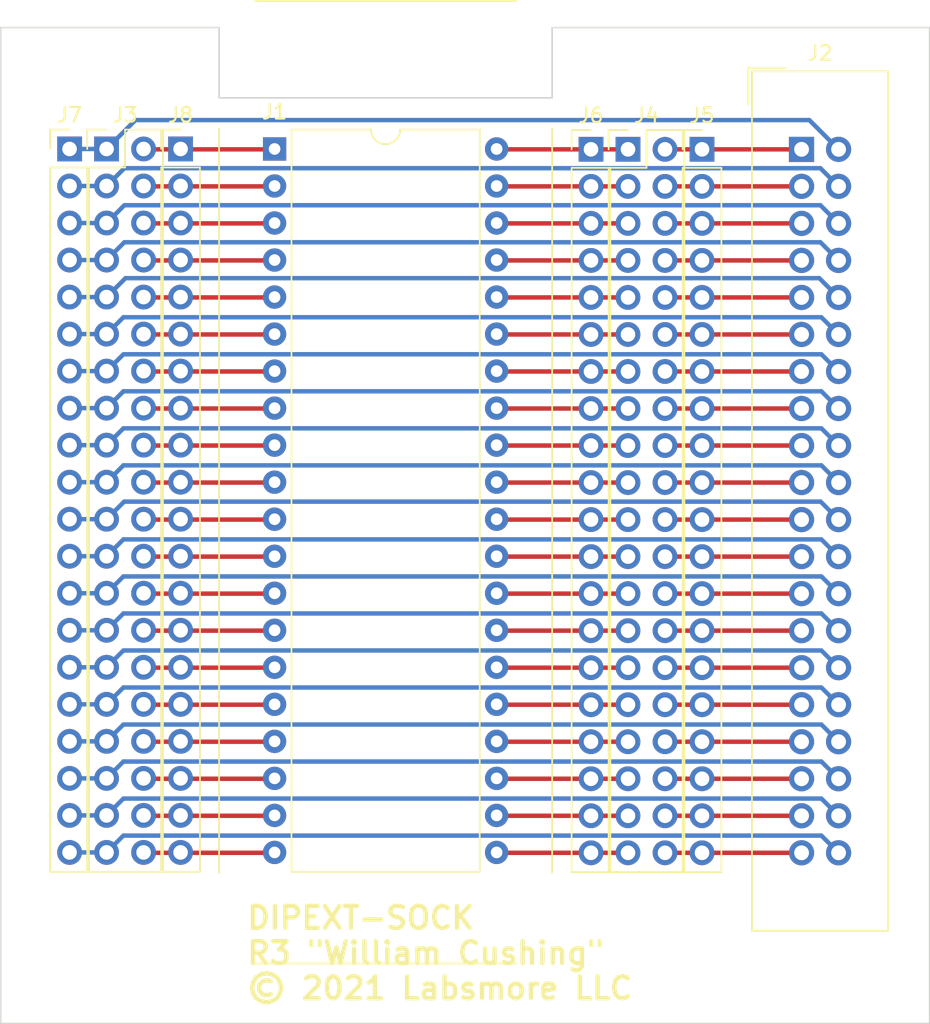
<source format=kicad_pcb>
(kicad_pcb (version 20210722) (generator pcbnew)
  (layers (0 "F.Cu" signal) (31 "B.Cu" signal) (34 "B.Paste" user) (35 "F.Paste" user) (36 "B.SilkS" user "B.Silkscreen") (37 "F.SilkS" user "F.Silkscreen") (38 "B.Mask" user) (39 "F.Mask" user) (44 "Edge.Cuts" user))
  (net 0 "")
  (net 1 "/P1")
  (net 2 "/P21")
  (net 3 "/P2")
  (net 4 "/P22")
  (net 5 "/P3")
  (net 6 "/P23")
  (net 7 "/P4")
  (net 8 "/P24")
  (net 9 "/P5")
  (net 10 "/P25")
  (net 11 "/P6")
  (net 12 "/P26")
  (net 13 "/P7")
  (net 14 "/P27")
  (net 15 "/P8")
  (net 16 "/P28")
  (net 17 "/P9")
  (net 18 "/P29")
  (net 19 "/P10")
  (net 20 "/P30")
  (net 21 "/P11")
  (net 22 "/P31")
  (net 23 "/P12")
  (net 24 "/P32")
  (net 25 "/P13")
  (net 26 "/P33")
  (net 27 "/P14")
  (net 28 "/P34")
  (net 29 "/P15")
  (net 30 "/P35")
  (net 31 "/P16")
  (net 32 "/P36")
  (net 33 "/P17")
  (net 34 "/P37")
  (net 35 "/P18")
  (net 36 "/P38")
  (net 37 "/P19")
  (net 38 "/P39")
  (net 39 "/P20")
  (net 40 "/P40")
  (net 41 "Net-(J1-Pad1)")
  (net 42 "Net-(J1-Pad21)")
  (net 43 "Net-(J1-Pad2)")
  (net 44 "Net-(J1-Pad22)")
  (net 45 "Net-(J1-Pad3)")
  (net 46 "Net-(J1-Pad23)")
  (net 47 "Net-(J1-Pad4)")
  (net 48 "Net-(J1-Pad24)")
  (net 49 "Net-(J1-Pad5)")
  (net 50 "Net-(J1-Pad25)")
  (net 51 "Net-(J1-Pad6)")
  (net 52 "Net-(J1-Pad26)")
  (net 53 "Net-(J1-Pad7)")
  (net 54 "Net-(J1-Pad27)")
  (net 55 "Net-(J1-Pad8)")
  (net 56 "Net-(J1-Pad28)")
  (net 57 "Net-(J1-Pad9)")
  (net 58 "Net-(J1-Pad29)")
  (net 59 "Net-(J1-Pad10)")
  (net 60 "Net-(J1-Pad30)")
  (net 61 "Net-(J1-Pad11)")
  (net 62 "Net-(J1-Pad31)")
  (net 63 "Net-(J1-Pad12)")
  (net 64 "Net-(J1-Pad32)")
  (net 65 "Net-(J1-Pad13)")
  (net 66 "Net-(J1-Pad33)")
  (net 67 "Net-(J1-Pad14)")
  (net 68 "Net-(J1-Pad34)")
  (net 69 "Net-(J1-Pad15)")
  (net 70 "Net-(J1-Pad35)")
  (net 71 "Net-(J1-Pad16)")
  (net 72 "Net-(J1-Pad36)")
  (net 73 "Net-(J1-Pad17)")
  (net 74 "Net-(J1-Pad37)")
  (net 75 "Net-(J1-Pad18)")
  (net 76 "Net-(J1-Pad38)")
  (net 77 "Net-(J1-Pad19)")
  (net 78 "Net-(J1-Pad39)")
  (net 79 "Net-(J1-Pad20)")
  (net 80 "Net-(J1-Pad40)")
  (footprint "lib:aries_40-6554-10_DIP-40_W15.24mm_ZIF" (layer "F.Cu") (at 56.895999 46.431201)
    (fp_text reference "J1")
    (fp_text value "ZIF")
  )
  (footprint "Connectors_IDC:IDC-Header_2x20_Pitch2.54mm_Straight" (layer "F.Cu") (at 93.065599 46.456601)
    (fp_text reference "J2")
    (fp_text value "IDC40")
  )
  (footprint "Pin_Headers:Pin_Header_Straight_2x20_Pitch2.54mm" (layer "F.Cu") (at 45.364399 46.431201)
    (fp_text reference "J3")
    (fp_text value "Conn_02x20_Odd_Even")
  )
  (footprint "Pin_Headers:Pin_Header_Straight_2x20_Pitch2.54mm" (layer "F.Cu") (at 81.152999 46.456601)
    (fp_text reference "J4")
    (fp_text value "Conn_02x20_Odd_Even")
  )
  (footprint "Connector_PinHeader_2.54mm:PinHeader_1x20_P2.54mm_Vertical" (layer "F.Cu") (at 50.444199 46.431201)
    (fp_text reference "J8")
    (fp_text value "01x20")
  )
  (footprint "Connector_PinHeader_2.54mm:PinHeader_1x20_P2.54mm_Vertical" (layer "F.Cu") (at 78.613399 46.456601)
    (fp_text reference "J6")
    (fp_text value "01x20")
  )
  (footprint "Connector_PinHeader_2.54mm:PinHeader_1x20_P2.54mm_Vertical" (layer "F.Cu") (at 42.824399 46.431201)
    (fp_text reference "J7")
    (fp_text value "01x20")
  )
  (footprint "Connector_PinHeader_2.54mm:PinHeader_1x20_P2.54mm_Vertical" (layer "F.Cu") (at 86.232599 46.456601)
    (fp_text reference "J5")
    (fp_text value "01x20")
  )
  (gr_line (start 75.946 38.1) (end 75.946 42.926) (layer "Edge.Cuts") (width 0.1))
  (gr_line (start 101.854 106.426) (end 101.854 38.1) (layer "Edge.Cuts") (width 0.1))
  (gr_line (start 38.1 38.1) (end 38.1 106.426) (layer "Edge.Cuts") (width 0.1))
  (gr_line (start 53.086 42.926) (end 53.086 38.1) (layer "Edge.Cuts") (width 0.1))
  (gr_line (start 75.946 38.1) (end 101.854 38.1) (layer "Edge.Cuts") (width 0.1))
  (gr_line (start 53.086 42.926) (end 75.946 42.926) (layer "Edge.Cuts") (width 0.1))
  (gr_line (start 101.854 106.426) (end 38.1 106.426) (layer "Edge.Cuts") (width 0.1))
  (gr_line (start 38.1 38.1) (end 53.086 38.1) (layer "Edge.Cuts") (width 0.1))
  (gr_text "DIPEXT-SOCK\nR3 {dblquote}William Cushing{dblquote}\n© 2021 Labsmore LLC" (at 54.864 101.6) (layer "F.SilkS") (effects (font (size 1.5 1.5) (thickness 0.3)) (justify left)))
  (segment (start 42.824399 46.431201) (end 45.364399 46.431201) (width 0.3048) (layer "B.Cu") (net 1))
  (segment (start 93.598998 44.45) (end 47.3456 44.45) (width 0.3048) (layer "B.Cu") (net 1))
  (segment (start 47.3456 44.45) (end 45.364399 46.431201) (width 0.3048) (layer "B.Cu") (net 1))
  (segment (start 95.605599 46.456601) (end 93.598998 44.45) (width 0.3048) (layer "B.Cu") (net 1))
  (segment (start 83.692999 94.716601) (end 93.065599 94.716601) (width 0.3048) (layer "F.Cu") (net 2))
  (segment (start 46.583599 47.752001) (end 45.364399 48.971201) (width 0.3048) (layer "B.Cu") (net 3))
  (segment (start 94.360999 47.752001) (end 46.583599 47.752001) (width 0.3048) (layer "B.Cu") (net 3))
  (segment (start 42.824399 48.971201) (end 45.364399 48.971201) (width 0.3048) (layer "B.Cu") (net 3))
  (segment (start 94.360999 47.752001) (end 95.605599 48.996601) (width 0.3048) (layer "B.Cu") (net 3))
  (segment (start 83.692999 92.176601) (end 93.065599 92.176601) (width 0.3048) (layer "F.Cu") (net 4))
  (segment (start 42.824399 51.511201) (end 45.364399 51.511201) (width 0.3048) (layer "B.Cu") (net 5))
  (segment (start 46.583599 50.292001) (end 45.364399 51.511201) (width 0.3048) (layer "B.Cu") (net 5))
  (segment (start 94.360999 50.292001) (end 46.583599 50.292001) (width 0.3048) (layer "B.Cu") (net 5))
  (segment (start 95.605599 51.536601) (end 94.360999 50.292001) (width 0.3048) (layer "B.Cu") (net 5))
  (segment (start 83.692999 89.636601) (end 93.065599 89.636601) (width 0.3048) (layer "F.Cu") (net 6))
  (segment (start 42.824399 54.051201) (end 45.364399 54.051201) (width 0.3048) (layer "B.Cu") (net 7))
  (segment (start 46.583599 52.832001) (end 45.364399 54.051201) (width 0.3048) (layer "B.Cu") (net 7))
  (segment (start 95.605599 54.076601) (end 94.360999 52.832001) (width 0.3048) (layer "B.Cu") (net 7))
  (segment (start 94.360999 52.832001) (end 46.583599 52.832001) (width 0.3048) (layer "B.Cu") (net 7))
  (segment (start 83.692999 87.096601) (end 93.065599 87.096601) (width 0.3048) (layer "F.Cu") (net 8))
  (segment (start 94.284799 55.295801) (end 46.659799 55.295801) (width 0.3048) (layer "B.Cu") (net 9))
  (segment (start 46.659799 55.295801) (end 45.364399 56.591201) (width 0.3048) (layer "B.Cu") (net 9))
  (segment (start 95.605599 56.616601) (end 94.284799 55.295801) (width 0.3048) (layer "B.Cu") (net 9))
  (segment (start 42.824399 56.591201) (end 45.364399 56.591201) (width 0.3048) (layer "B.Cu") (net 9))
  (segment (start 83.692999 84.556601) (end 93.065599 84.556601) (width 0.3048) (layer "F.Cu") (net 10))
  (segment (start 42.824399 59.131201) (end 45.364399 59.131201) (width 0.3048) (layer "B.Cu") (net 11))
  (segment (start 95.605599 59.156601) (end 94.425398 57.9764) (width 0.3048) (layer "B.Cu") (net 11))
  (segment (start 46.5192 57.9764) (end 45.364399 59.131201) (width 0.3048) (layer "B.Cu") (net 11))
  (segment (start 94.425398 57.9764) (end 46.5192 57.9764) (width 0.3048) (layer "B.Cu") (net 11))
  (segment (start 83.692999 82.016601) (end 93.065599 82.016601) (width 0.3048) (layer "F.Cu") (net 12))
  (segment (start 46.5192 60.5164) (end 45.364399 61.671201) (width 0.3048) (layer "B.Cu") (net 13))
  (segment (start 95.605599 61.696601) (end 94.425398 60.5164) (width 0.3048) (layer "B.Cu") (net 13))
  (segment (start 42.824399 61.671201) (end 45.364399 61.671201) (width 0.3048) (layer "B.Cu") (net 13))
  (segment (start 94.425398 60.5164) (end 46.5192 60.5164) (width 0.3048) (layer "B.Cu") (net 13))
  (segment (start 83.692999 79.476601) (end 93.065599 79.476601) (width 0.3048) (layer "F.Cu") (net 14))
  (segment (start 46.5192 63.0564) (end 45.364399 64.211201) (width 0.3048) (layer "B.Cu") (net 15))
  (segment (start 95.605599 64.236601) (end 94.425398 63.0564) (width 0.3048) (layer "B.Cu") (net 15))
  (segment (start 42.824399 64.211201) (end 45.364399 64.211201) (width 0.3048) (layer "B.Cu") (net 15))
  (segment (start 94.425398 63.0564) (end 46.5192 63.0564) (width 0.3048) (layer "B.Cu") (net 15))
  (segment (start 83.692999 76.936601) (end 93.065599 76.936601) (width 0.3048) (layer "F.Cu") (net 16))
  (segment (start 95.605599 66.776601) (end 94.425398 65.5964) (width 0.3048) (layer "B.Cu") (net 17))
  (segment (start 46.5192 65.5964) (end 45.364399 66.751201) (width 0.3048) (layer "B.Cu") (net 17))
  (segment (start 42.824399 66.751201) (end 45.364399 66.751201) (width 0.3048) (layer "B.Cu") (net 17))
  (segment (start 94.425398 65.5964) (end 46.5192 65.5964) (width 0.3048) (layer "B.Cu") (net 17))
  (segment (start 83.692999 74.396601) (end 93.065599 74.396601) (width 0.3048) (layer "F.Cu") (net 18))
  (segment (start 42.824399 69.291201) (end 45.364399 69.291201) (width 0.3048) (layer "B.Cu") (net 19))
  (segment (start 46.5192 68.1364) (end 45.364399 69.291201) (width 0.3048) (layer "B.Cu") (net 19))
  (segment (start 94.425398 68.1364) (end 46.5192 68.1364) (width 0.3048) (layer "B.Cu") (net 19))
  (segment (start 95.605599 69.316601) (end 94.425398 68.1364) (width 0.3048) (layer "B.Cu") (net 19))
  (segment (start 83.692999 71.856601) (end 93.065599 71.856601) (width 0.3048) (layer "F.Cu") (net 20))
  (segment (start 46.5706 70.625) (end 45.364399 71.831201) (width 0.3048) (layer "B.Cu") (net 21))
  (segment (start 95.605599 71.856601) (end 94.373998 70.625) (width 0.3048) (layer "B.Cu") (net 21))
  (segment (start 42.824399 71.831201) (end 45.364399 71.831201) (width 0.3048) (layer "B.Cu") (net 21))
  (segment (start 94.373998 70.625) (end 46.5706 70.625) (width 0.3048) (layer "B.Cu") (net 21))
  (segment (start 83.692999 69.316601) (end 93.065599 69.316601) (width 0.3048) (layer "F.Cu") (net 22))
  (segment (start 42.824399 74.371201) (end 45.364399 74.371201) (width 0.3048) (layer "B.Cu") (net 23))
  (segment (start 46.5192 73.2164) (end 45.364399 74.371201) (width 0.3048) (layer "B.Cu") (net 23))
  (segment (start 94.425398 73.2164) (end 46.5192 73.2164) (width 0.3048) (layer "B.Cu") (net 23))
  (segment (start 95.605599 74.396601) (end 94.425398 73.2164) (width 0.3048) (layer "B.Cu") (net 23))
  (segment (start 83.692999 66.776601) (end 93.065599 66.776601) (width 0.3048) (layer "F.Cu") (net 24))
  (segment (start 46.5192 75.7564) (end 45.364399 76.911201) (width 0.3048) (layer "B.Cu") (net 25))
  (segment (start 94.425398 75.7564) (end 46.5192 75.7564) (width 0.3048) (layer "B.Cu") (net 25))
  (segment (start 95.605599 76.936601) (end 94.425398 75.7564) (width 0.3048) (layer "B.Cu") (net 25))
  (segment (start 42.824399 76.911201) (end 45.364399 76.911201) (width 0.3048) (layer "B.Cu") (net 25))
  (segment (start 83.692999 64.236601) (end 93.065599 64.236601) (width 0.3048) (layer "F.Cu") (net 26))
  (segment (start 94.425398 78.2964) (end 46.5192 78.2964) (width 0.3048) (layer "B.Cu") (net 27))
  (segment (start 95.605599 79.476601) (end 94.425398 78.2964) (width 0.3048) (layer "B.Cu") (net 27))
  (segment (start 42.824399 79.451201) (end 45.364399 79.451201) (width 0.3048) (layer "B.Cu") (net 27))
  (segment (start 46.5192 78.2964) (end 45.364399 79.451201) (width 0.3048) (layer "B.Cu") (net 27))
  (segment (start 83.692999 61.696601) (end 93.065599 61.696601) (width 0.3048) (layer "F.Cu") (net 28))
  (segment (start 95.605599 82.016601) (end 94.425398 80.8364) (width 0.3048) (layer "B.Cu") (net 29))
  (segment (start 94.425398 80.8364) (end 46.5192 80.8364) (width 0.3048) (layer "B.Cu") (net 29))
  (segment (start 46.5192 80.8364) (end 45.364399 81.991201) (width 0.3048) (layer "B.Cu") (net 29))
  (segment (start 42.824399 81.991201) (end 45.364399 81.991201) (width 0.3048) (layer "B.Cu") (net 29))
  (segment (start 83.692999 59.156601) (end 93.065599 59.156601) (width 0.3048) (layer "F.Cu") (net 30))
  (segment (start 42.824399 84.531201) (end 45.364399 84.531201) (width 0.3048) (layer "B.Cu") (net 31))
  (segment (start 46.5192 83.3764) (end 45.364399 84.531201) (width 0.3048) (layer "B.Cu") (net 31))
  (segment (start 95.605599 84.556601) (end 94.425398 83.3764) (width 0.3048) (layer "B.Cu") (net 31))
  (segment (start 94.425398 83.3764) (end 46.5192 83.3764) (width 0.3048) (layer "B.Cu") (net 31))
  (segment (start 83.692999 56.616601) (end 93.065599 56.616601) (width 0.3048) (layer "F.Cu") (net 32))
  (segment (start 42.824399 87.071201) (end 45.364399 87.071201) (width 0.3048) (layer "B.Cu") (net 33))
  (segment (start 94.425398 85.9164) (end 46.5192 85.9164) (width 0.3048) (layer "B.Cu") (net 33))
  (segment (start 46.5192 85.9164) (end 45.364399 87.071201) (width 0.3048) (layer "B.Cu") (net 33))
  (segment (start 95.605599 87.096601) (end 94.425398 85.9164) (width 0.3048) (layer "B.Cu") (net 33))
  (segment (start 83.692999 54.076601) (end 93.065599 54.076601) (width 0.3048) (layer "F.Cu") (net 34))
  (segment (start 95.605599 89.636601) (end 94.425398 88.4564) (width 0.3048) (layer "B.Cu") (net 35))
  (segment (start 94.425398 88.4564) (end 46.5192 88.4564) (width 0.3048) (layer "B.Cu") (net 35))
  (segment (start 46.5192 88.4564) (end 45.364399 89.611201) (width 0.3048) (layer "B.Cu") (net 35))
  (segment (start 42.824399 89.611201) (end 45.364399 89.611201) (width 0.3048) (layer "B.Cu") (net 35))
  (segment (start 83.692999 51.536601) (end 93.065599 51.536601) (width 0.3048) (layer "F.Cu") (net 36))
  (segment (start 94.425398 90.9964) (end 46.5192 90.9964) (width 0.3048) (layer "B.Cu") (net 37))
  (segment (start 95.605599 92.176601) (end 94.425398 90.9964) (width 0.3048) (layer "B.Cu") (net 37))
  (segment (start 46.5192 90.9964) (end 45.364399 92.151201) (width 0.3048) (layer "B.Cu") (net 37))
  (segment (start 42.824399 92.151201) (end 45.364399 92.151201) (width 0.3048) (layer "B.Cu") (net 37))
  (segment (start 83.692999 48.996601) (end 93.065599 48.996601) (width 0.3048) (layer "F.Cu") (net 38))
  (segment (start 46.5192 93.5364) (end 45.364399 94.691201) (width 0.3048) (layer "B.Cu") (net 39))
  (segment (start 94.425398 93.5364) (end 46.5192 93.5364) (width 0.3048) (layer "B.Cu") (net 39))
  (segment (start 42.824399 94.691201) (end 45.364399 94.691201) (width 0.3048) (layer "B.Cu") (net 39))
  (segment (start 95.605599 94.716601) (end 94.425398 93.5364) (width 0.3048) (layer "B.Cu") (net 39))
  (segment (start 83.692999 46.456601) (end 93.065599 46.456601) (width 0.3048) (layer "F.Cu") (net 40))
  (segment (start 47.904399 46.431201) (end 47.929799 46.456601) (width 0.3048) (layer "F.Cu") (net 41))
  (segment (start 56.870599 46.456601) (end 56.895999 46.431201) (width 0.3048) (layer "F.Cu") (net 41))
  (segment (start 47.929799 46.456601) (end 56.870599 46.456601) (width 0.3048) (layer "F.Cu") (net 41))
  (segment (start 72.135999 94.691201) (end 72.161399 94.716601) (width 0.3048) (layer "F.Cu") (net 42))
  (segment (start 72.161399 94.716601) (end 81.152999 94.716601) (width 0.3048) (layer "F.Cu") (net 42))
  (segment (start 47.904399 48.971201) (end 47.929799 48.996601) (width 0.3048) (layer "F.Cu") (net 43))
  (segment (start 56.870599 48.996601) (end 56.895999 48.971201) (width 0.3048) (layer "F.Cu") (net 43))
  (segment (start 47.929799 48.996601) (end 56.870599 48.996601) (width 0.3048) (layer "F.Cu") (net 43))
  (segment (start 72.135999 92.151201) (end 72.161399 92.176601) (width 0.3048) (layer "F.Cu") (net 44))
  (segment (start 72.161399 92.176601) (end 81.152999 92.176601) (width 0.3048) (layer "F.Cu") (net 44))
  (segment (start 47.904399 51.511201) (end 47.929799 51.536601) (width 0.3048) (layer "F.Cu") (net 45))
  (segment (start 56.870599 51.536601) (end 56.895999 51.511201) (width 0.3048) (layer "F.Cu") (net 45))
  (segment (start 47.929799 51.536601) (end 56.870599 51.536601) (width 0.3048) (layer "F.Cu") (net 45))
  (segment (start 72.161399 89.636601) (end 81.152999 89.636601) (width 0.3048) (layer "F.Cu") (net 46))
  (segment (start 72.135999 89.611201) (end 72.161399 89.636601) (width 0.3048) (layer "F.Cu") (net 46))
  (segment (start 56.870599 54.076601) (end 56.895999 54.051201) (width 0.3048) (layer "F.Cu") (net 47))
  (segment (start 47.904399 54.051201) (end 47.929799 54.076601) (width 0.3048) (layer "F.Cu") (net 47))
  (segment (start 47.929799 54.076601) (end 56.870599 54.076601) (width 0.3048) (layer "F.Cu") (net 47))
  (segment (start 72.161399 87.096601) (end 81.152999 87.096601) (width 0.3048) (layer "F.Cu") (net 48))
  (segment (start 72.135999 87.071201) (end 72.161399 87.096601) (width 0.3048) (layer "F.Cu") (net 48))
  (segment (start 47.904399 56.591201) (end 47.929799 56.616601) (width 0.3048) (layer "F.Cu") (net 49))
  (segment (start 47.929799 56.616601) (end 56.870599 56.616601) (width 0.3048) (layer "F.Cu") (net 49))
  (segment (start 56.870599 56.616601) (end 56.895999 56.591201) (width 0.3048) (layer "F.Cu") (net 49))
  (segment (start 72.135999 84.531201) (end 72.161399 84.556601) (width 0.3048) (layer "F.Cu") (net 50))
  (segment (start 72.161399 84.556601) (end 81.152999 84.556601) (width 0.3048) (layer "F.Cu") (net 50))
  (segment (start 47.904399 59.131201) (end 47.929799 59.156601) (width 0.3048) (layer "F.Cu") (net 51))
  (segment (start 56.870599 59.156601) (end 56.895999 59.131201) (width 0.3048) (layer "F.Cu") (net 51))
  (segment (start 47.929799 59.156601) (end 56.870599 59.156601) (width 0.3048) (layer "F.Cu") (net 51))
  (segment (start 72.135999 81.991201) (end 72.161399 82.016601) (width 0.3048) (layer "F.Cu") (net 52))
  (segment (start 72.161399 82.016601) (end 81.152999 82.016601) (width 0.3048) (layer "F.Cu") (net 52))
  (segment (start 47.929799 61.696601) (end 56.870599 61.696601) (width 0.3048) (layer "F.Cu") (net 53))
  (segment (start 47.904399 61.671201) (end 47.929799 61.696601) (width 0.3048) (layer "F.Cu") (net 53))
  (segment (start 56.870599 61.696601) (end 56.895999 61.671201) (width 0.3048) (layer "F.Cu") (net 53))
  (segment (start 72.161399 79.476601) (end 81.152999 79.476601) (width 0.3048) (layer "F.Cu") (net 54))
  (segment (start 72.135999 79.451201) (end 72.161399 79.476601) (width 0.3048) (layer "F.Cu") (net 54))
  (segment (start 47.929799 64.236601) (end 56.870599 64.236601) (width 0.3048) (layer "F.Cu") (net 55))
  (segment (start 47.904399 64.211201) (end 47.929799 64.236601) (width 0.3048) (layer "F.Cu") (net 55))
  (segment (start 56.870599 64.236601) (end 56.895999 64.211201) (width 0.3048) (layer "F.Cu") (net 55))
  (segment (start 72.161399 76.936601) (end 81.152999 76.936601) (width 0.3048) (layer "F.Cu") (net 56))
  (segment (start 72.135999 76.911201) (end 72.161399 76.936601) (width 0.3048) (layer "F.Cu") (net 56))
  (segment (start 47.929799 66.776601) (end 56.870599 66.776601) (width 0.3048) (layer "F.Cu") (net 57))
  (segment (start 47.904399 66.751201) (end 47.929799 66.776601) (width 0.3048) (layer "F.Cu") (net 57))
  (segment (start 56.870599 66.776601) (end 56.895999 66.751201) (width 0.3048) (layer "F.Cu") (net 57))
  (segment (start 72.161399 74.396601) (end 81.152999 74.396601) (width 0.3048) (layer "F.Cu") (net 58))
  (segment (start 72.135999 74.371201) (end 72.161399 74.396601) (width 0.3048) (layer "F.Cu") (net 58))
  (segment (start 56.870599 69.316601) (end 56.895999 69.291201) (width 0.3048) (layer "F.Cu") (net 59))
  (segment (start 47.904399 69.291201) (end 47.929799 69.316601) (width 0.3048) (layer "F.Cu") (net 59))
  (segment (start 47.929799 69.316601) (end 56.870599 69.316601) (width 0.3048) (layer "F.Cu") (net 59))
  (segment (start 72.135999 71.831201) (end 72.161399 71.856601) (width 0.3048) (layer "F.Cu") (net 60))
  (segment (start 72.161399 71.856601) (end 81.152999 71.856601) (width 0.3048) (layer "F.Cu") (net 60))
  (segment (start 56.870599 71.856601) (end 56.895999 71.831201) (width 0.3048) (layer "F.Cu") (net 61))
  (segment (start 47.904399 71.831201) (end 47.929799 71.856601) (width 0.3048) (layer "F.Cu") (net 61))
  (segment (start 47.929799 71.856601) (end 56.870599 71.856601) (width 0.3048) (layer "F.Cu") (net 61))
  (segment (start 72.135999 69.291201) (end 72.161399 69.316601) (width 0.3048) (layer "F.Cu") (net 62))
  (segment (start 72.161399 69.316601) (end 81.152999 69.316601) (width 0.3048) (layer "F.Cu") (net 62))
  (segment (start 47.904399 74.371201) (end 47.929799 74.396601) (width 0.3048) (layer "F.Cu") (net 63))
  (segment (start 47.929799 74.396601) (end 56.870599 74.396601) (width 0.3048) (layer "F.Cu") (net 63))
  (segment (start 56.870599 74.396601) (end 56.895999 74.371201) (width 0.3048) (layer "F.Cu") (net 63))
  (segment (start 72.135999 66.751201) (end 72.161399 66.776601) (width 0.3048) (layer "F.Cu") (net 64))
  (segment (start 72.161399 66.776601) (end 81.152999 66.776601) (width 0.3048) (layer "F.Cu") (net 64))
  (segment (start 47.929799 76.936601) (end 56.870599 76.936601) (width 0.3048) (layer "F.Cu") (net 65))
  (segment (start 47.904399 76.911201) (end 47.929799 76.936601) (width 0.3048) (layer "F.Cu") (net 65))
  (segment (start 56.870599 76.936601) (end 56.895999 76.911201) (width 0.3048) (layer "F.Cu") (net 65))
  (segment (start 72.135999 64.211201) (end 72.161399 64.236601) (width 0.3048) (layer "F.Cu") (net 66))
  (segment (start 72.161399 64.236601) (end 81.152999 64.236601) (width 0.3048) (layer "F.Cu") (net 66))
  (segment (start 56.870599 79.476601) (end 56.895999 79.451201) (width 0.3048) (layer "F.Cu") (net 67))
  (segment (start 47.904399 79.451201) (end 47.929799 79.476601) (width 0.3048) (layer "F.Cu") (net 67))
  (segment (start 47.929799 79.476601) (end 56.870599 79.476601) (width 0.3048) (layer "F.Cu") (net 67))
  (segment (start 72.135999 61.671201) (end 72.161399 61.696601) (width 0.3048) (layer "F.Cu") (net 68))
  (segment (start 72.161399 61.696601) (end 81.152999 61.696601) (width 0.3048) (layer "F.Cu") (net 68))
  (segment (start 47.904399 81.991201) (end 47.929799 82.016601) (width 0.3048) (layer "F.Cu") (net 69))
  (segment (start 47.929799 82.016601) (end 56.870599 82.016601) (width 0.3048) (layer "F.Cu") (net 69))
  (segment (start 56.870599 82.016601) (end 56.895999 81.991201) (width 0.3048) (layer "F.Cu") (net 69))
  (segment (start 72.161399 59.156601) (end 81.152999 59.156601) (width 0.3048) (layer "F.Cu") (net 70))
  (segment (start 72.135999 59.131201) (end 72.161399 59.156601) (width 0.3048) (layer "F.Cu") (net 70))
  (segment (start 56.870599 84.556601) (end 56.895999 84.531201) (width 0.3048) (layer "F.Cu") (net 71))
  (segment (start 47.929799 84.556601) (end 56.870599 84.556601) (width 0.3048) (layer "F.Cu") (net 71))
  (segment (start 47.904399 84.531201) (end 47.929799 84.556601) (width 0.3048) (layer "F.Cu") (net 71))
  (segment (start 72.135999 56.591201) (end 72.161399 56.616601) (width 0.3048) (layer "F.Cu") (net 72))
  (segment (start 72.161399 56.616601) (end 81.152999 56.616601) (width 0.3048) (layer "F.Cu") (net 72))
  (segment (start 56.870599 87.096601) (end 56.895999 87.071201) (width 0.3048) (layer "F.Cu") (net 73))
  (segment (start 47.904399 87.071201) (end 47.929799 87.096601) (width 0.3048) (layer "F.Cu") (net 73))
  (segment (start 47.929799 87.096601) (end 56.870599 87.096601) (width 0.3048) (layer "F.Cu") (net 73))
  (segment (start 72.135999 54.051201) (end 72.161399 54.076601) (width 0.3048) (layer "F.Cu") (net 74))
  (segment (start 72.161399 54.076601) (end 81.152999 54.076601) (width 0.3048) (layer "F.Cu") (net 74))
  (segment (start 47.904399 89.611201) (end 47.929799 89.636601) (width 0.3048) (layer "F.Cu") (net 75))
  (segment (start 47.929799 89.636601) (end 56.870599 89.636601) (width 0.3048) (layer "F.Cu") (net 75))
  (segment (start 56.870599 89.636601) (end 56.895999 89.611201) (width 0.3048) (layer "F.Cu") (net 75))
  (segment (start 72.135999 51.511201) (end 72.161399 51.536601) (width 0.3048) (layer "F.Cu") (net 76))
  (segment (start 72.161399 51.536601) (end 81.152999 51.536601) (width 0.3048) (layer "F.Cu") (net 76))
  (segment (start 56.870599 92.176601) (end 56.895999 92.151201) (width 0.3048) (layer "F.Cu") (net 77))
  (segment (start 47.929799 92.176601) (end 56.870599 92.176601) (width 0.3048) (layer "F.Cu") (net 77))
  (segment (start 47.904399 92.151201) (end 47.929799 92.176601) (width 0.3048) (layer "F.Cu") (net 77))
  (segment (start 72.135999 48.971201) (end 72.161399 48.996601) (width 0.3048) (layer "F.Cu") (net 78))
  (segment (start 72.161399 48.996601) (end 81.152999 48.996601) (width 0.3048) (layer "F.Cu") (net 78))
  (segment (start 56.870599 94.716601) (end 56.895999 94.691201) (width 0.3048) (layer "F.Cu") (net 79))
  (segment (start 47.904399 94.691201) (end 47.929799 94.716601) (width 0.3048) (layer "F.Cu") (net 79))
  (segment (start 47.929799 94.716601) (end 56.870599 94.716601) (width 0.3048) (layer "F.Cu") (net 79))
  (segment (start 72.161399 46.456601) (end 81.152999 46.456601) (width 0.3048) (layer "F.Cu") (net 80))
  (segment (start 72.135999 46.431201) (end 72.161399 46.456601) (width 0.3048) (layer "F.Cu") (net 80))
)
</source>
